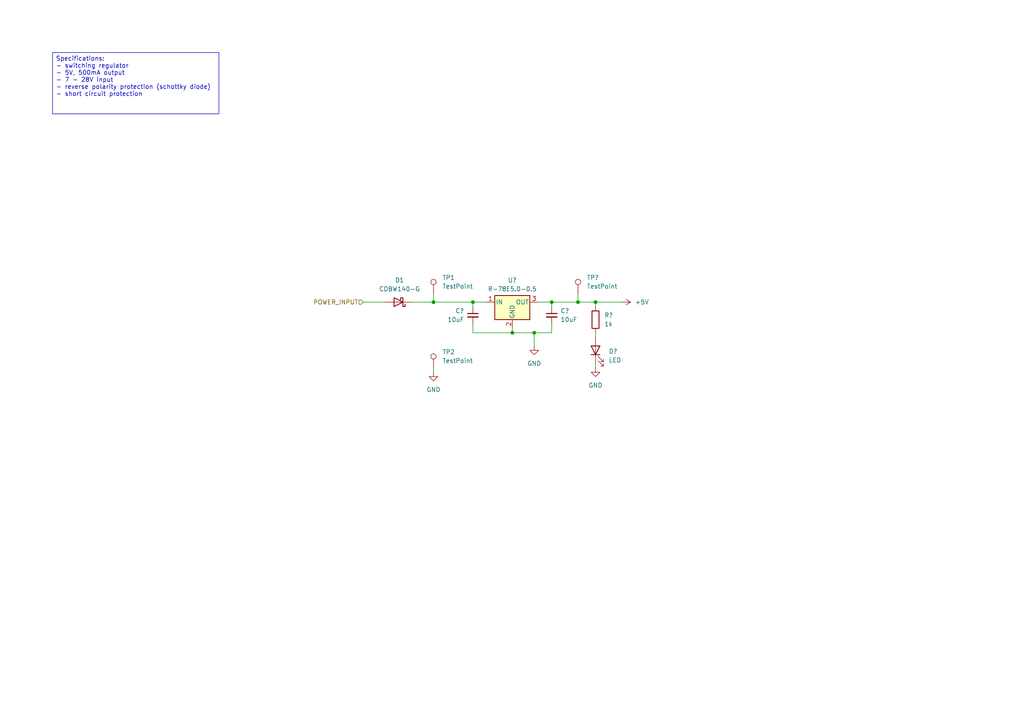
<source format=kicad_sch>
(kicad_sch (version 20250114) (generator "eeschema") (generator_version "9.0")
  (paper "A4")
  (lib_symbols
    (symbol "Connector:TestPoint" (pin_numbers (hide yes)) (pin_names (offset 0.762) (hide yes))
      (property "Reference" "TP" (at 0 6.858 0))
      (property "Value" "TestPoint" (at 0 5.08 0))
      (symbol "TestPoint_0_1"
        (circle (center 0 3.302) (radius 0.762))
      )
      (symbol "TestPoint_1_1"
        (pin passive line (at 0 0 90) (length 2.54) (name "1") (number "1"))
      )
    )
    (symbol "Device:C_Small" (pin_numbers (hide yes)) (pin_names (offset 0.254) (hide yes))
      (property "Reference" "C" (at 0.254 1.778 0))
      (property "Value" "C_Small" (at 0.254 -2.032 0))
      (symbol "C_Small_0_1"
        (polyline (pts (xy -1.524 0.508) (xy 1.524 0.508)) (stroke (width 0.3048)))
        (polyline (pts (xy -1.524 -0.508) (xy 1.524 -0.508)) (stroke (width 0.3302)))
      )
      (symbol "C_Small_1_1"
        (pin passive line (at 0 2.54 270) (length 2.032) (name "~") (number "1"))
        (pin passive line (at 0 -2.54 90) (length 2.032) (name "~") (number "2"))
      )
    )
    (symbol "Device:LED" (pin_numbers (hide yes)) (pin_names (offset 1.016) (hide yes))
      (property "Reference" "D" (at 0 2.54 0))
      (property "Value" "LED" (at 0 -2.54 0))
      (symbol "LED_0_1"
        (polyline (pts (xy -3.048 -0.762) (xy -4.572 -2.286) (xy -3.81 -2.286) (xy -4.572 -2.286) (xy -4.572 -1.524)))
        (polyline (pts (xy -1.778 -0.762) (xy -3.302 -2.286) (xy -2.54 -2.286) (xy -3.302 -2.286) (xy -3.302 -1.524)))
        (polyline (pts (xy -1.27 0) (xy 1.27 0)))
        (polyline (pts (xy -1.27 -1.27) (xy -1.27 1.27)) (stroke (width 0.254)))
        (polyline (pts (xy 1.27 -1.27) (xy 1.27 1.27) (xy -1.27 0) (xy 1.27 -1.27)) (stroke (width 0.254)))
      )
      (symbol "LED_1_1"
        (pin passive line (at -3.81 0 0) (length 2.54) (name "K") (number "1"))
        (pin passive line (at 3.81 0 180) (length 2.54) (name "A") (number "2"))
      )
    )
    (symbol "Device:R" (pin_numbers (hide yes)) (pin_names (offset 0))
      (property "Reference" "R" (at 2.032 0 90))
      (property "Value" "R" (at 0 0 90))
      (symbol "R_0_1"
        (rectangle (start -1.016 -2.54) (end 1.016 2.54) (stroke (width 0.254)))
      )
      (symbol "R_1_1"
        (pin passive line (at 0 3.81 270) (length 1.27) (name "~") (number "1"))
        (pin passive line (at 0 -3.81 90) (length 1.27) (name "~") (number "2"))
      )
    )
    (symbol "Diode:B130-E3" (pin_numbers (hide yes)) (pin_names (hide yes))
      (property "Reference" "D" (at 0 2.54 0))
      (property "Value" "B130-E3" (at 0 -2.54 0))
      (symbol "B130-E3_0_1"
        (polyline (pts (xy -1.905 0.635) (xy -1.905 1.27) (xy -1.27 1.27) (xy -1.27 -1.27) (xy -0.635 -1.27) (xy -0.635 -0.635)) (stroke (width 0.254)))
        (polyline (pts (xy 1.27 1.27) (xy 1.27 -1.27) (xy -1.27 0) (xy 1.27 1.27)) (stroke (width 0.254)))
        (polyline (pts (xy 1.27 0) (xy -1.27 0)))
      )
      (symbol "B130-E3_1_1"
        (pin passive line (at -3.81 0 0) (length 2.54) (name "K") (number "1"))
        (pin passive line (at 3.81 0 180) (length 2.54) (name "A") (number "2"))
      )
    )
    (symbol "Regulator_Switching:R-78E5.0-0.5" (pin_names (offset 0.254))
      (property "Reference" "U" (at -3.81 3.175 0))
      (property "Value" "R-78E5.0-0.5" (at 0 3.175 0))
      (symbol "R-78E5.0-0.5_0_1"
        (rectangle (start -5.08 1.905) (end 5.08 -5.08) (stroke (width 0.254)) (fill (type background)))
      )
      (symbol "R-78E5.0-0.5_1_1"
        (pin power_in line (at -7.62 0 0) (length 2.54) (name "IN") (number "1"))
        (pin power_in line (at 0 -7.62 90) (length 2.54) (name "GND") (number "2"))
        (pin power_out line (at 7.62 0 180) (length 2.54) (name "OUT") (number "3"))
      )
    )
    (symbol "power:+5V" (power) (pin_numbers (hide yes)) (pin_names (offset 0) (hide yes))
      (property "Value" "+5V" (at 0 3.556 0))
      (symbol "+5V_0_1"
        (polyline (pts (xy -0.762 1.27) (xy 0 2.54)))
        (polyline (pts (xy 0 2.54) (xy 0.762 1.27)))
        (polyline (pts (xy 0 0) (xy 0 2.54)))
      )
      (symbol "+5V_1_1"
        (pin power_in line (at 0 0 90) (length 0) (name "~") (number "1"))
      )
    )
    (symbol "power:GND" (power) (pin_numbers (hide yes)) (pin_names (offset 0) (hide yes))
      (property "Value" "GND" (at 0 -3.81 0))
      (symbol "GND_0_1"
        (polyline (pts (xy 0 0) (xy 0 -1.27) (xy 1.27 -1.27) (xy 0 -2.54) (xy -1.27 -1.27) (xy 0 -1.27)))
      )
      (symbol "GND_1_1"
        (pin power_in line (at 0 0 270) (length 0) (name "~") (number "1"))
      )
    )
  )
  (text_box "Specifications:\n- switching regulator\n- 5V, 500mA output\n- 7 - 28V input\n- reverse polarity protection (schottky diode)\n- short circuit protection" (at 15.24 15.24 0) (size 48.26 17.78) (margins 0.9525 0.9525 0.9525 0.9525) (effects (font (size 1.27 1.27)) (justify left top)))
  (junction (at 154.94 96.52))
  (junction (at 172.72 87.63))
  (junction (at 167.64 87.63))
  (junction (at 137.16 87.63))
  (junction (at 160.02 87.63))
  (junction (at 125.73 87.63))
  (junction (at 148.59 96.52))
  (wire (pts (xy 160.02 87.63) (xy 160.02 88.9)))
  (wire (pts (xy 105.41 87.63) (xy 111.76 87.63)))
  (wire (pts (xy 119.38 87.63) (xy 125.73 87.63)))
  (wire (pts (xy 137.16 88.9) (xy 137.16 87.63)))
  (wire (pts (xy 172.72 87.63) (xy 180.34 87.63)))
  (wire (pts (xy 148.59 96.52) (xy 154.94 96.52)))
  (wire (pts (xy 172.72 87.63) (xy 172.72 88.9)))
  (wire (pts (xy 137.16 87.63) (xy 140.97 87.63)))
  (wire (pts (xy 167.64 87.63) (xy 172.72 87.63)))
  (wire (pts (xy 160.02 87.63) (xy 167.64 87.63)))
  (wire (pts (xy 156.21 87.63) (xy 160.02 87.63)))
  (wire (pts (xy 160.02 93.98) (xy 160.02 96.52)))
  (wire (pts (xy 137.16 96.52) (xy 148.59 96.52)))
  (wire (pts (xy 154.94 96.52) (xy 160.02 96.52)))
  (wire (pts (xy 148.59 95.25) (xy 148.59 96.52)))
  (wire (pts (xy 172.72 96.52) (xy 172.72 97.79)))
  (wire (pts (xy 125.73 106.68) (xy 125.73 107.95)))
  (wire (pts (xy 154.94 96.52) (xy 154.94 100.33)))
  (wire (pts (xy 125.73 87.63) (xy 137.16 87.63)))
  (wire (pts (xy 137.16 93.98) (xy 137.16 96.52)))
  (wire (pts (xy 167.64 85.09) (xy 167.64 87.63)))
  (wire (pts (xy 172.72 105.41) (xy 172.72 106.68)))
  (wire (pts (xy 125.73 85.09) (xy 125.73 87.63)))
  (hierarchical_label "POWER_INPUT" (shape input) (at 105.41 87.63 180))
  (symbol (lib_id "power:GND") (at 125.73 107.95 0) (unit 1)
    (property "Reference" "#PWR01" (effects (hide yes)))
    (property "Value" "GND" (at 125.73 113.03 0))
  )
  (symbol (lib_id "power:+5V") (at 180.34 87.63 270) (unit 1)
    (property "Reference" "#PWR?" (effects (hide yes)))
    (property "Value" "+5V" (at 184.15 87.6299 90) (effects (justify left)))
    (property "Description" "Power symbol creates a global label with name \"+5V\"" (effects (hide yes)))
  )
  (symbol (lib_id "Device:C_Small") (at 160.02 91.44 0) (mirror y) (unit 1)
    (property "Reference" "C?" (at 162.56 90.1762 0) (effects (justify right)))
    (property "Value" "10uF" (at 162.56 92.7162 0) (effects (justify right)))
    (property "Description" "Unpolarized capacitor, small symbol" (effects (hide yes)))
  )
  (symbol (lib_id "Connector:TestPoint") (at 167.64 85.09 0) (unit 1)
    (property "Reference" "TP?" (at 170.18 80.5179 0) (effects (justify left)))
    (property "Value" "TestPoint" (at 170.18 83.0579 0) (effects (justify left)))
    (property "Description" "test point" (effects (hide yes)))
  )
  (symbol (lib_id "Connector:TestPoint") (at 125.73 85.09 0) (unit 1)
    (property "Reference" "TP1" (at 128.27 80.5179 0) (effects (justify left)))
    (property "Value" "TestPoint" (at 128.27 83.0579 0) (effects (justify left)))
    (property "Description" "test point" (effects (hide yes)))
  )
  (symbol (lib_id "Diode:B130-E3") (at 115.57 87.63 180) (unit 1)
    (property "Reference" "D1" (at 115.8875 81.28 0))
    (property "Value" "CDBW140-G" (at 115.8875 83.82 0))
    (property "Footprint" "Diode_SMD:D_SMA" (effects (hide yes)))
    (property "Datasheet" "http://www.vishay.com/docs/88946/b120.pdf" (effects (hide yes)))
    (property "Description" "30V 1A Schottky Barrier Rectifier Diode, SMA(DO-214AC)" (effects (hide yes)))
  )
  (symbol (lib_id "Connector:TestPoint") (at 125.73 106.68 0) (unit 1)
    (property "Reference" "TP2" (at 128.27 102.1079 0) (effects (justify left)))
    (property "Value" "TestPoint" (at 128.27 104.6479 0) (effects (justify left)))
    (property "Description" "test point" (effects (hide yes)))
  )
  (symbol (lib_id "Regulator_Switching:R-78E5.0-0.5") (at 148.59 87.63 0) (unit 1)
    (property "Reference" "U?" (at 148.59 81.28 0))
    (property "Value" "R-78E5.0-0.5" (at 148.59 83.82 0))
    (property "Footprint" "Converter_DCDC:Converter_DCDC_RECOM_R-78E-0.5_THT" (effects (hide yes)))
    (property "Datasheet" "https://www.recom-power.com/pdf/Innoline/R-78Exx-0.5.pdf" (effects (hide yes)))
    (property "Description" "500mA Step-Down DC/DC-Regulator, 7-28V input, 5V fixed Output Voltage, LM78xx replacement, -40°C to +85°C, SIP3" (effects (hide yes)))
  )
  (symbol (lib_id "power:GND") (at 154.94 100.33 0) (unit 1)
    (property "Reference" "#PWR?" (effects (hide yes)))
    (property "Value" "GND" (at 154.94 105.41 0))
    (property "Description" "Power symbol creates a global label with name \"GND\" , ground" (effects (hide yes)))
  )
  (symbol (lib_id "Device:LED") (at 172.72 101.6 90) (unit 1)
    (property "Reference" "D?" (at 176.53 101.9174 90) (effects (justify right)))
    (property "Value" "LED" (at 176.53 104.4574 90) (effects (justify right)))
    (property "Footprint" "LED_SMD:LED_0603_1608Metric" (effects (hide yes)))
  )
  (symbol (lib_id "power:GND") (at 172.72 106.68 0) (unit 1)
    (property "Reference" "#PWR?" (effects (hide yes)))
    (property "Value" "GND" (at 172.72 111.76 0))
  )
  (symbol (lib_id "Device:R") (at 172.72 92.71 0) (unit 1)
    (property "Reference" "R?" (at 175.26 91.4399 0) (effects (justify left)))
    (property "Value" "1k" (at 175.26 93.9799 0) (effects (justify left)))
    (property "Footprint" "Resistor_SMD:R_0603_1608Metric" (effects (hide yes)))
  )
  (symbol (lib_id "Device:C_Small") (at 137.16 91.44 0) (unit 1)
    (property "Reference" "C?" (at 134.62 90.1762 0) (effects (justify right)))
    (property "Value" "10uF" (at 134.62 92.7162 0) (effects (justify right)))
    (property "Description" "Unpolarized capacitor, small symbol" (effects (hide yes)))
  )
)
</source>
